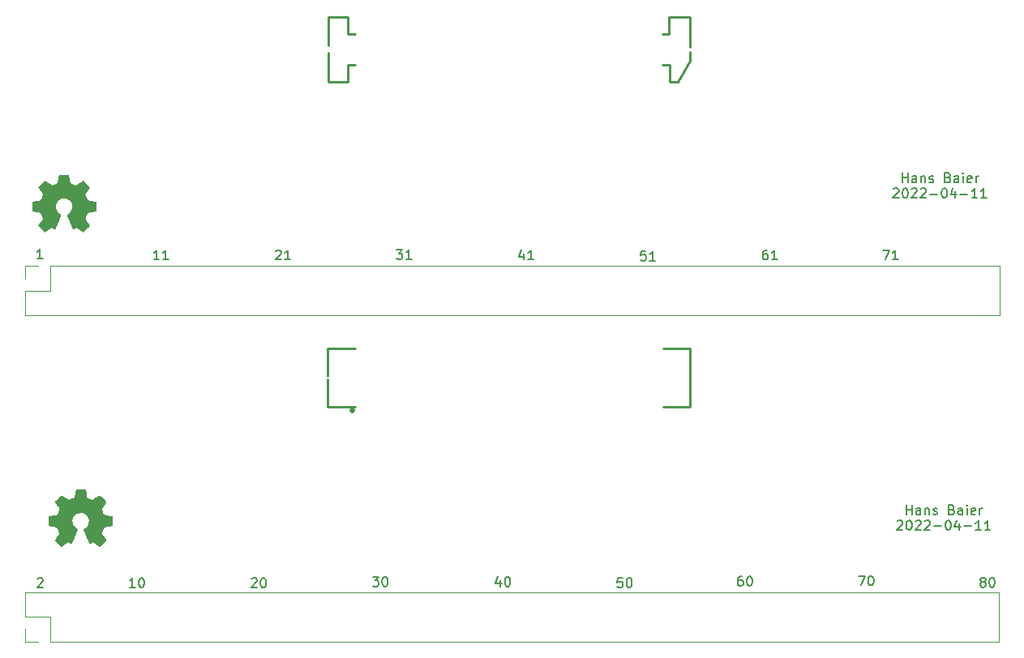
<source format=gbr>
%TF.GenerationSoftware,KiCad,Pcbnew,6.0.4-6f826c9f35~116~ubuntu20.04.1*%
%TF.CreationDate,2022-04-13T10:42:55+07:00*%
%TF.ProjectId,BTB2Header,42544232-4865-4616-9465-722e6b696361,rev?*%
%TF.SameCoordinates,Original*%
%TF.FileFunction,Legend,Top*%
%TF.FilePolarity,Positive*%
%FSLAX46Y46*%
G04 Gerber Fmt 4.6, Leading zero omitted, Abs format (unit mm)*
G04 Created by KiCad (PCBNEW 6.0.4-6f826c9f35~116~ubuntu20.04.1) date 2022-04-13 10:42:55*
%MOMM*%
%LPD*%
G01*
G04 APERTURE LIST*
%ADD10C,0.150000*%
%ADD11C,0.250000*%
%ADD12C,0.010000*%
%ADD13C,0.120000*%
G04 APERTURE END LIST*
D10*
X74314085Y-124693419D02*
X74361704Y-124645800D01*
X74456942Y-124598180D01*
X74695038Y-124598180D01*
X74790276Y-124645800D01*
X74837895Y-124693419D01*
X74885514Y-124788657D01*
X74885514Y-124883895D01*
X74837895Y-125026752D01*
X74266466Y-125598180D01*
X74885514Y-125598180D01*
X109324876Y-124471180D02*
X109943923Y-124471180D01*
X109610590Y-124852133D01*
X109753447Y-124852133D01*
X109848685Y-124899752D01*
X109896304Y-124947371D01*
X109943923Y-125042609D01*
X109943923Y-125280704D01*
X109896304Y-125375942D01*
X109848685Y-125423561D01*
X109753447Y-125471180D01*
X109467733Y-125471180D01*
X109372495Y-125423561D01*
X109324876Y-125375942D01*
X110562971Y-124471180D02*
X110658209Y-124471180D01*
X110753447Y-124518800D01*
X110801066Y-124566419D01*
X110848685Y-124661657D01*
X110896304Y-124852133D01*
X110896304Y-125090228D01*
X110848685Y-125280704D01*
X110801066Y-125375942D01*
X110753447Y-125423561D01*
X110658209Y-125471180D01*
X110562971Y-125471180D01*
X110467733Y-125423561D01*
X110420114Y-125375942D01*
X110372495Y-125280704D01*
X110324876Y-125090228D01*
X110324876Y-124852133D01*
X110372495Y-124661657D01*
X110420114Y-124566419D01*
X110467733Y-124518800D01*
X110562971Y-124471180D01*
X164649638Y-83264180D02*
X164649638Y-82264180D01*
X164649638Y-82740371D02*
X165221066Y-82740371D01*
X165221066Y-83264180D02*
X165221066Y-82264180D01*
X166125828Y-83264180D02*
X166125828Y-82740371D01*
X166078209Y-82645133D01*
X165982971Y-82597514D01*
X165792495Y-82597514D01*
X165697257Y-82645133D01*
X166125828Y-83216561D02*
X166030590Y-83264180D01*
X165792495Y-83264180D01*
X165697257Y-83216561D01*
X165649638Y-83121323D01*
X165649638Y-83026085D01*
X165697257Y-82930847D01*
X165792495Y-82883228D01*
X166030590Y-82883228D01*
X166125828Y-82835609D01*
X166602019Y-82597514D02*
X166602019Y-83264180D01*
X166602019Y-82692752D02*
X166649638Y-82645133D01*
X166744876Y-82597514D01*
X166887733Y-82597514D01*
X166982971Y-82645133D01*
X167030590Y-82740371D01*
X167030590Y-83264180D01*
X167459161Y-83216561D02*
X167554400Y-83264180D01*
X167744876Y-83264180D01*
X167840114Y-83216561D01*
X167887733Y-83121323D01*
X167887733Y-83073704D01*
X167840114Y-82978466D01*
X167744876Y-82930847D01*
X167602019Y-82930847D01*
X167506780Y-82883228D01*
X167459161Y-82787990D01*
X167459161Y-82740371D01*
X167506780Y-82645133D01*
X167602019Y-82597514D01*
X167744876Y-82597514D01*
X167840114Y-82645133D01*
X169411542Y-82740371D02*
X169554400Y-82787990D01*
X169602019Y-82835609D01*
X169649638Y-82930847D01*
X169649638Y-83073704D01*
X169602019Y-83168942D01*
X169554400Y-83216561D01*
X169459161Y-83264180D01*
X169078209Y-83264180D01*
X169078209Y-82264180D01*
X169411542Y-82264180D01*
X169506780Y-82311800D01*
X169554400Y-82359419D01*
X169602019Y-82454657D01*
X169602019Y-82549895D01*
X169554400Y-82645133D01*
X169506780Y-82692752D01*
X169411542Y-82740371D01*
X169078209Y-82740371D01*
X170506780Y-83264180D02*
X170506780Y-82740371D01*
X170459161Y-82645133D01*
X170363923Y-82597514D01*
X170173447Y-82597514D01*
X170078209Y-82645133D01*
X170506780Y-83216561D02*
X170411542Y-83264180D01*
X170173447Y-83264180D01*
X170078209Y-83216561D01*
X170030590Y-83121323D01*
X170030590Y-83026085D01*
X170078209Y-82930847D01*
X170173447Y-82883228D01*
X170411542Y-82883228D01*
X170506780Y-82835609D01*
X170982971Y-83264180D02*
X170982971Y-82597514D01*
X170982971Y-82264180D02*
X170935352Y-82311800D01*
X170982971Y-82359419D01*
X171030590Y-82311800D01*
X170982971Y-82264180D01*
X170982971Y-82359419D01*
X171840114Y-83216561D02*
X171744876Y-83264180D01*
X171554400Y-83264180D01*
X171459161Y-83216561D01*
X171411542Y-83121323D01*
X171411542Y-82740371D01*
X171459161Y-82645133D01*
X171554400Y-82597514D01*
X171744876Y-82597514D01*
X171840114Y-82645133D01*
X171887733Y-82740371D01*
X171887733Y-82835609D01*
X171411542Y-82930847D01*
X172316304Y-83264180D02*
X172316304Y-82597514D01*
X172316304Y-82787990D02*
X172363923Y-82692752D01*
X172411542Y-82645133D01*
X172506780Y-82597514D01*
X172602019Y-82597514D01*
X163697257Y-83969419D02*
X163744876Y-83921800D01*
X163840114Y-83874180D01*
X164078209Y-83874180D01*
X164173447Y-83921800D01*
X164221066Y-83969419D01*
X164268685Y-84064657D01*
X164268685Y-84159895D01*
X164221066Y-84302752D01*
X163649638Y-84874180D01*
X164268685Y-84874180D01*
X164887733Y-83874180D02*
X164982971Y-83874180D01*
X165078209Y-83921800D01*
X165125828Y-83969419D01*
X165173447Y-84064657D01*
X165221066Y-84255133D01*
X165221066Y-84493228D01*
X165173447Y-84683704D01*
X165125828Y-84778942D01*
X165078209Y-84826561D01*
X164982971Y-84874180D01*
X164887733Y-84874180D01*
X164792495Y-84826561D01*
X164744876Y-84778942D01*
X164697257Y-84683704D01*
X164649638Y-84493228D01*
X164649638Y-84255133D01*
X164697257Y-84064657D01*
X164744876Y-83969419D01*
X164792495Y-83921800D01*
X164887733Y-83874180D01*
X165602019Y-83969419D02*
X165649638Y-83921800D01*
X165744876Y-83874180D01*
X165982971Y-83874180D01*
X166078209Y-83921800D01*
X166125828Y-83969419D01*
X166173447Y-84064657D01*
X166173447Y-84159895D01*
X166125828Y-84302752D01*
X165554400Y-84874180D01*
X166173447Y-84874180D01*
X166554400Y-83969419D02*
X166602019Y-83921800D01*
X166697257Y-83874180D01*
X166935352Y-83874180D01*
X167030590Y-83921800D01*
X167078209Y-83969419D01*
X167125828Y-84064657D01*
X167125828Y-84159895D01*
X167078209Y-84302752D01*
X166506780Y-84874180D01*
X167125828Y-84874180D01*
X167554400Y-84493228D02*
X168316304Y-84493228D01*
X168982971Y-83874180D02*
X169078209Y-83874180D01*
X169173447Y-83921800D01*
X169221066Y-83969419D01*
X169268685Y-84064657D01*
X169316304Y-84255133D01*
X169316304Y-84493228D01*
X169268685Y-84683704D01*
X169221066Y-84778942D01*
X169173447Y-84826561D01*
X169078209Y-84874180D01*
X168982971Y-84874180D01*
X168887733Y-84826561D01*
X168840114Y-84778942D01*
X168792495Y-84683704D01*
X168744876Y-84493228D01*
X168744876Y-84255133D01*
X168792495Y-84064657D01*
X168840114Y-83969419D01*
X168887733Y-83921800D01*
X168982971Y-83874180D01*
X170173447Y-84207514D02*
X170173447Y-84874180D01*
X169935352Y-83826561D02*
X169697257Y-84540847D01*
X170316304Y-84540847D01*
X170697257Y-84493228D02*
X171459161Y-84493228D01*
X172459161Y-84874180D02*
X171887733Y-84874180D01*
X172173447Y-84874180D02*
X172173447Y-83874180D01*
X172078209Y-84017038D01*
X171982971Y-84112276D01*
X171887733Y-84159895D01*
X173411542Y-84874180D02*
X172840114Y-84874180D01*
X173125828Y-84874180D02*
X173125828Y-83874180D01*
X173030590Y-84017038D01*
X172935352Y-84112276D01*
X172840114Y-84159895D01*
X160074076Y-124369580D02*
X160740742Y-124369580D01*
X160312171Y-125369580D01*
X161312171Y-124369580D02*
X161407409Y-124369580D01*
X161502647Y-124417200D01*
X161550266Y-124464819D01*
X161597885Y-124560057D01*
X161645504Y-124750533D01*
X161645504Y-124988628D01*
X161597885Y-125179104D01*
X161550266Y-125274342D01*
X161502647Y-125321961D01*
X161407409Y-125369580D01*
X161312171Y-125369580D01*
X161216933Y-125321961D01*
X161169314Y-125274342D01*
X161121695Y-125179104D01*
X161074076Y-124988628D01*
X161074076Y-124750533D01*
X161121695Y-124560057D01*
X161169314Y-124464819D01*
X161216933Y-124417200D01*
X161312171Y-124369580D01*
X162614076Y-90333580D02*
X163280742Y-90333580D01*
X162852171Y-91333580D01*
X164185504Y-91333580D02*
X163614076Y-91333580D01*
X163899790Y-91333580D02*
X163899790Y-90333580D01*
X163804552Y-90476438D01*
X163709314Y-90571676D01*
X163614076Y-90619295D01*
X147923285Y-124420380D02*
X147732809Y-124420380D01*
X147637571Y-124468000D01*
X147589952Y-124515619D01*
X147494714Y-124658476D01*
X147447095Y-124848952D01*
X147447095Y-125229904D01*
X147494714Y-125325142D01*
X147542333Y-125372761D01*
X147637571Y-125420380D01*
X147828047Y-125420380D01*
X147923285Y-125372761D01*
X147970904Y-125325142D01*
X148018523Y-125229904D01*
X148018523Y-124991809D01*
X147970904Y-124896571D01*
X147923285Y-124848952D01*
X147828047Y-124801333D01*
X147637571Y-124801333D01*
X147542333Y-124848952D01*
X147494714Y-124896571D01*
X147447095Y-124991809D01*
X148637571Y-124420380D02*
X148732809Y-124420380D01*
X148828047Y-124468000D01*
X148875666Y-124515619D01*
X148923285Y-124610857D01*
X148970904Y-124801333D01*
X148970904Y-125039428D01*
X148923285Y-125229904D01*
X148875666Y-125325142D01*
X148828047Y-125372761D01*
X148732809Y-125420380D01*
X148637571Y-125420380D01*
X148542333Y-125372761D01*
X148494714Y-125325142D01*
X148447095Y-125229904D01*
X148399476Y-125039428D01*
X148399476Y-124801333D01*
X148447095Y-124610857D01*
X148494714Y-124515619D01*
X148542333Y-124468000D01*
X148637571Y-124420380D01*
X87033123Y-91333580D02*
X86461695Y-91333580D01*
X86747409Y-91333580D02*
X86747409Y-90333580D01*
X86652171Y-90476438D01*
X86556933Y-90571676D01*
X86461695Y-90619295D01*
X87985504Y-91333580D02*
X87414076Y-91333580D01*
X87699790Y-91333580D02*
X87699790Y-90333580D01*
X87604552Y-90476438D01*
X87509314Y-90571676D01*
X87414076Y-90619295D01*
X122650285Y-124804514D02*
X122650285Y-125471180D01*
X122412190Y-124423561D02*
X122174095Y-125137847D01*
X122793142Y-125137847D01*
X123364571Y-124471180D02*
X123459809Y-124471180D01*
X123555047Y-124518800D01*
X123602666Y-124566419D01*
X123650285Y-124661657D01*
X123697904Y-124852133D01*
X123697904Y-125090228D01*
X123650285Y-125280704D01*
X123602666Y-125375942D01*
X123555047Y-125423561D01*
X123459809Y-125471180D01*
X123364571Y-125471180D01*
X123269333Y-125423561D01*
X123221714Y-125375942D01*
X123174095Y-125280704D01*
X123126476Y-125090228D01*
X123126476Y-124852133D01*
X123174095Y-124661657D01*
X123221714Y-124566419D01*
X123269333Y-124518800D01*
X123364571Y-124471180D01*
X150539485Y-90333580D02*
X150349009Y-90333580D01*
X150253771Y-90381200D01*
X150206152Y-90428819D01*
X150110914Y-90571676D01*
X150063295Y-90762152D01*
X150063295Y-91143104D01*
X150110914Y-91238342D01*
X150158533Y-91285961D01*
X150253771Y-91333580D01*
X150444247Y-91333580D01*
X150539485Y-91285961D01*
X150587104Y-91238342D01*
X150634723Y-91143104D01*
X150634723Y-90905009D01*
X150587104Y-90809771D01*
X150539485Y-90762152D01*
X150444247Y-90714533D01*
X150253771Y-90714533D01*
X150158533Y-90762152D01*
X150110914Y-90809771D01*
X150063295Y-90905009D01*
X151587104Y-91333580D02*
X151015676Y-91333580D01*
X151301390Y-91333580D02*
X151301390Y-90333580D01*
X151206152Y-90476438D01*
X151110914Y-90571676D01*
X151015676Y-90619295D01*
X165056038Y-117960580D02*
X165056038Y-116960580D01*
X165056038Y-117436771D02*
X165627466Y-117436771D01*
X165627466Y-117960580D02*
X165627466Y-116960580D01*
X166532228Y-117960580D02*
X166532228Y-117436771D01*
X166484609Y-117341533D01*
X166389371Y-117293914D01*
X166198895Y-117293914D01*
X166103657Y-117341533D01*
X166532228Y-117912961D02*
X166436990Y-117960580D01*
X166198895Y-117960580D01*
X166103657Y-117912961D01*
X166056038Y-117817723D01*
X166056038Y-117722485D01*
X166103657Y-117627247D01*
X166198895Y-117579628D01*
X166436990Y-117579628D01*
X166532228Y-117532009D01*
X167008419Y-117293914D02*
X167008419Y-117960580D01*
X167008419Y-117389152D02*
X167056038Y-117341533D01*
X167151276Y-117293914D01*
X167294133Y-117293914D01*
X167389371Y-117341533D01*
X167436990Y-117436771D01*
X167436990Y-117960580D01*
X167865561Y-117912961D02*
X167960800Y-117960580D01*
X168151276Y-117960580D01*
X168246514Y-117912961D01*
X168294133Y-117817723D01*
X168294133Y-117770104D01*
X168246514Y-117674866D01*
X168151276Y-117627247D01*
X168008419Y-117627247D01*
X167913180Y-117579628D01*
X167865561Y-117484390D01*
X167865561Y-117436771D01*
X167913180Y-117341533D01*
X168008419Y-117293914D01*
X168151276Y-117293914D01*
X168246514Y-117341533D01*
X169817942Y-117436771D02*
X169960800Y-117484390D01*
X170008419Y-117532009D01*
X170056038Y-117627247D01*
X170056038Y-117770104D01*
X170008419Y-117865342D01*
X169960800Y-117912961D01*
X169865561Y-117960580D01*
X169484609Y-117960580D01*
X169484609Y-116960580D01*
X169817942Y-116960580D01*
X169913180Y-117008200D01*
X169960800Y-117055819D01*
X170008419Y-117151057D01*
X170008419Y-117246295D01*
X169960800Y-117341533D01*
X169913180Y-117389152D01*
X169817942Y-117436771D01*
X169484609Y-117436771D01*
X170913180Y-117960580D02*
X170913180Y-117436771D01*
X170865561Y-117341533D01*
X170770323Y-117293914D01*
X170579847Y-117293914D01*
X170484609Y-117341533D01*
X170913180Y-117912961D02*
X170817942Y-117960580D01*
X170579847Y-117960580D01*
X170484609Y-117912961D01*
X170436990Y-117817723D01*
X170436990Y-117722485D01*
X170484609Y-117627247D01*
X170579847Y-117579628D01*
X170817942Y-117579628D01*
X170913180Y-117532009D01*
X171389371Y-117960580D02*
X171389371Y-117293914D01*
X171389371Y-116960580D02*
X171341752Y-117008200D01*
X171389371Y-117055819D01*
X171436990Y-117008200D01*
X171389371Y-116960580D01*
X171389371Y-117055819D01*
X172246514Y-117912961D02*
X172151276Y-117960580D01*
X171960800Y-117960580D01*
X171865561Y-117912961D01*
X171817942Y-117817723D01*
X171817942Y-117436771D01*
X171865561Y-117341533D01*
X171960800Y-117293914D01*
X172151276Y-117293914D01*
X172246514Y-117341533D01*
X172294133Y-117436771D01*
X172294133Y-117532009D01*
X171817942Y-117627247D01*
X172722704Y-117960580D02*
X172722704Y-117293914D01*
X172722704Y-117484390D02*
X172770323Y-117389152D01*
X172817942Y-117341533D01*
X172913180Y-117293914D01*
X173008419Y-117293914D01*
X164103657Y-118665819D02*
X164151276Y-118618200D01*
X164246514Y-118570580D01*
X164484609Y-118570580D01*
X164579847Y-118618200D01*
X164627466Y-118665819D01*
X164675085Y-118761057D01*
X164675085Y-118856295D01*
X164627466Y-118999152D01*
X164056038Y-119570580D01*
X164675085Y-119570580D01*
X165294133Y-118570580D02*
X165389371Y-118570580D01*
X165484609Y-118618200D01*
X165532228Y-118665819D01*
X165579847Y-118761057D01*
X165627466Y-118951533D01*
X165627466Y-119189628D01*
X165579847Y-119380104D01*
X165532228Y-119475342D01*
X165484609Y-119522961D01*
X165389371Y-119570580D01*
X165294133Y-119570580D01*
X165198895Y-119522961D01*
X165151276Y-119475342D01*
X165103657Y-119380104D01*
X165056038Y-119189628D01*
X165056038Y-118951533D01*
X165103657Y-118761057D01*
X165151276Y-118665819D01*
X165198895Y-118618200D01*
X165294133Y-118570580D01*
X166008419Y-118665819D02*
X166056038Y-118618200D01*
X166151276Y-118570580D01*
X166389371Y-118570580D01*
X166484609Y-118618200D01*
X166532228Y-118665819D01*
X166579847Y-118761057D01*
X166579847Y-118856295D01*
X166532228Y-118999152D01*
X165960800Y-119570580D01*
X166579847Y-119570580D01*
X166960800Y-118665819D02*
X167008419Y-118618200D01*
X167103657Y-118570580D01*
X167341752Y-118570580D01*
X167436990Y-118618200D01*
X167484609Y-118665819D01*
X167532228Y-118761057D01*
X167532228Y-118856295D01*
X167484609Y-118999152D01*
X166913180Y-119570580D01*
X167532228Y-119570580D01*
X167960800Y-119189628D02*
X168722704Y-119189628D01*
X169389371Y-118570580D02*
X169484609Y-118570580D01*
X169579847Y-118618200D01*
X169627466Y-118665819D01*
X169675085Y-118761057D01*
X169722704Y-118951533D01*
X169722704Y-119189628D01*
X169675085Y-119380104D01*
X169627466Y-119475342D01*
X169579847Y-119522961D01*
X169484609Y-119570580D01*
X169389371Y-119570580D01*
X169294133Y-119522961D01*
X169246514Y-119475342D01*
X169198895Y-119380104D01*
X169151276Y-119189628D01*
X169151276Y-118951533D01*
X169198895Y-118761057D01*
X169246514Y-118665819D01*
X169294133Y-118618200D01*
X169389371Y-118570580D01*
X170579847Y-118903914D02*
X170579847Y-119570580D01*
X170341752Y-118522961D02*
X170103657Y-119237247D01*
X170722704Y-119237247D01*
X171103657Y-119189628D02*
X171865561Y-119189628D01*
X172865561Y-119570580D02*
X172294133Y-119570580D01*
X172579847Y-119570580D02*
X172579847Y-118570580D01*
X172484609Y-118713438D01*
X172389371Y-118808676D01*
X172294133Y-118856295D01*
X173817942Y-119570580D02*
X173246514Y-119570580D01*
X173532228Y-119570580D02*
X173532228Y-118570580D01*
X173436990Y-118713438D01*
X173341752Y-118808676D01*
X173246514Y-118856295D01*
X125088685Y-90666914D02*
X125088685Y-91333580D01*
X124850590Y-90285961D02*
X124612495Y-91000247D01*
X125231542Y-91000247D01*
X126136304Y-91333580D02*
X125564876Y-91333580D01*
X125850590Y-91333580D02*
X125850590Y-90333580D01*
X125755352Y-90476438D01*
X125660114Y-90571676D01*
X125564876Y-90619295D01*
X96672495Y-124693419D02*
X96720114Y-124645800D01*
X96815352Y-124598180D01*
X97053447Y-124598180D01*
X97148685Y-124645800D01*
X97196304Y-124693419D01*
X97243923Y-124788657D01*
X97243923Y-124883895D01*
X97196304Y-125026752D01*
X96624876Y-125598180D01*
X97243923Y-125598180D01*
X97862971Y-124598180D02*
X97958209Y-124598180D01*
X98053447Y-124645800D01*
X98101066Y-124693419D01*
X98148685Y-124788657D01*
X98196304Y-124979133D01*
X98196304Y-125217228D01*
X98148685Y-125407704D01*
X98101066Y-125502942D01*
X98053447Y-125550561D01*
X97958209Y-125598180D01*
X97862971Y-125598180D01*
X97767733Y-125550561D01*
X97720114Y-125502942D01*
X97672495Y-125407704D01*
X97624876Y-125217228D01*
X97624876Y-124979133D01*
X97672495Y-124788657D01*
X97720114Y-124693419D01*
X97767733Y-124645800D01*
X97862971Y-124598180D01*
X111814076Y-90282780D02*
X112433123Y-90282780D01*
X112099790Y-90663733D01*
X112242647Y-90663733D01*
X112337885Y-90711352D01*
X112385504Y-90758971D01*
X112433123Y-90854209D01*
X112433123Y-91092304D01*
X112385504Y-91187542D01*
X112337885Y-91235161D01*
X112242647Y-91282780D01*
X111956933Y-91282780D01*
X111861695Y-91235161D01*
X111814076Y-91187542D01*
X113385504Y-91282780D02*
X112814076Y-91282780D01*
X113099790Y-91282780D02*
X113099790Y-90282780D01*
X113004552Y-90425638D01*
X112909314Y-90520876D01*
X112814076Y-90568495D01*
X74860114Y-91231980D02*
X74288685Y-91231980D01*
X74574400Y-91231980D02*
X74574400Y-90231980D01*
X74479161Y-90374838D01*
X74383923Y-90470076D01*
X74288685Y-90517695D01*
X84518523Y-125572780D02*
X83947095Y-125572780D01*
X84232809Y-125572780D02*
X84232809Y-124572780D01*
X84137571Y-124715638D01*
X84042333Y-124810876D01*
X83947095Y-124858495D01*
X85137571Y-124572780D02*
X85232809Y-124572780D01*
X85328047Y-124620400D01*
X85375666Y-124668019D01*
X85423285Y-124763257D01*
X85470904Y-124953733D01*
X85470904Y-125191828D01*
X85423285Y-125382304D01*
X85375666Y-125477542D01*
X85328047Y-125525161D01*
X85232809Y-125572780D01*
X85137571Y-125572780D01*
X85042333Y-125525161D01*
X84994714Y-125477542D01*
X84947095Y-125382304D01*
X84899476Y-125191828D01*
X84899476Y-124953733D01*
X84947095Y-124763257D01*
X84994714Y-124668019D01*
X85042333Y-124620400D01*
X85137571Y-124572780D01*
X135397904Y-124572780D02*
X134921714Y-124572780D01*
X134874095Y-125048971D01*
X134921714Y-125001352D01*
X135016952Y-124953733D01*
X135255047Y-124953733D01*
X135350285Y-125001352D01*
X135397904Y-125048971D01*
X135445523Y-125144209D01*
X135445523Y-125382304D01*
X135397904Y-125477542D01*
X135350285Y-125525161D01*
X135255047Y-125572780D01*
X135016952Y-125572780D01*
X134921714Y-125525161D01*
X134874095Y-125477542D01*
X136064571Y-124572780D02*
X136159809Y-124572780D01*
X136255047Y-124620400D01*
X136302666Y-124668019D01*
X136350285Y-124763257D01*
X136397904Y-124953733D01*
X136397904Y-125191828D01*
X136350285Y-125382304D01*
X136302666Y-125477542D01*
X136255047Y-125525161D01*
X136159809Y-125572780D01*
X136064571Y-125572780D01*
X135969333Y-125525161D01*
X135921714Y-125477542D01*
X135874095Y-125382304D01*
X135826476Y-125191828D01*
X135826476Y-124953733D01*
X135874095Y-124763257D01*
X135921714Y-124668019D01*
X135969333Y-124620400D01*
X136064571Y-124572780D01*
X99212495Y-90428819D02*
X99260114Y-90381200D01*
X99355352Y-90333580D01*
X99593447Y-90333580D01*
X99688685Y-90381200D01*
X99736304Y-90428819D01*
X99783923Y-90524057D01*
X99783923Y-90619295D01*
X99736304Y-90762152D01*
X99164876Y-91333580D01*
X99783923Y-91333580D01*
X100736304Y-91333580D02*
X100164876Y-91333580D01*
X100450590Y-91333580D02*
X100450590Y-90333580D01*
X100355352Y-90476438D01*
X100260114Y-90571676D01*
X100164876Y-90619295D01*
X137836304Y-90435180D02*
X137360114Y-90435180D01*
X137312495Y-90911371D01*
X137360114Y-90863752D01*
X137455352Y-90816133D01*
X137693447Y-90816133D01*
X137788685Y-90863752D01*
X137836304Y-90911371D01*
X137883923Y-91006609D01*
X137883923Y-91244704D01*
X137836304Y-91339942D01*
X137788685Y-91387561D01*
X137693447Y-91435180D01*
X137455352Y-91435180D01*
X137360114Y-91387561D01*
X137312495Y-91339942D01*
X138836304Y-91435180D02*
X138264876Y-91435180D01*
X138550590Y-91435180D02*
X138550590Y-90435180D01*
X138455352Y-90578038D01*
X138360114Y-90673276D01*
X138264876Y-90720895D01*
X172961371Y-124975952D02*
X172866133Y-124928333D01*
X172818514Y-124880714D01*
X172770895Y-124785476D01*
X172770895Y-124737857D01*
X172818514Y-124642619D01*
X172866133Y-124595000D01*
X172961371Y-124547380D01*
X173151847Y-124547380D01*
X173247085Y-124595000D01*
X173294704Y-124642619D01*
X173342323Y-124737857D01*
X173342323Y-124785476D01*
X173294704Y-124880714D01*
X173247085Y-124928333D01*
X173151847Y-124975952D01*
X172961371Y-124975952D01*
X172866133Y-125023571D01*
X172818514Y-125071190D01*
X172770895Y-125166428D01*
X172770895Y-125356904D01*
X172818514Y-125452142D01*
X172866133Y-125499761D01*
X172961371Y-125547380D01*
X173151847Y-125547380D01*
X173247085Y-125499761D01*
X173294704Y-125452142D01*
X173342323Y-125356904D01*
X173342323Y-125166428D01*
X173294704Y-125071190D01*
X173247085Y-125023571D01*
X173151847Y-124975952D01*
X173961371Y-124547380D02*
X174056609Y-124547380D01*
X174151847Y-124595000D01*
X174199466Y-124642619D01*
X174247085Y-124737857D01*
X174294704Y-124928333D01*
X174294704Y-125166428D01*
X174247085Y-125356904D01*
X174199466Y-125452142D01*
X174151847Y-125499761D01*
X174056609Y-125547380D01*
X173961371Y-125547380D01*
X173866133Y-125499761D01*
X173818514Y-125452142D01*
X173770895Y-125356904D01*
X173723276Y-125166428D01*
X173723276Y-124928333D01*
X173770895Y-124737857D01*
X173818514Y-124642619D01*
X173866133Y-124595000D01*
X173961371Y-124547380D01*
D11*
%TO.C,CN1*%
X106745525Y-65943518D02*
X106745525Y-67753518D01*
X142425525Y-69603518D02*
X142425525Y-70513518D01*
X106745525Y-67753518D02*
X107485525Y-67753518D01*
X140305525Y-65943518D02*
X140305525Y-67743518D01*
X106775525Y-70953518D02*
X107485525Y-70953518D01*
X106775525Y-72743518D02*
X106775525Y-70953518D01*
X142425525Y-65943518D02*
X140305525Y-65943518D01*
X104665525Y-72743518D02*
X106775525Y-72743518D01*
X140325525Y-70943518D02*
X140325525Y-72743518D01*
X142425525Y-70513518D02*
X141185525Y-72743518D01*
X104665525Y-68983518D02*
X104665525Y-65943518D01*
X140325525Y-70943518D02*
X139615525Y-70943518D01*
X104665525Y-72743518D02*
X104665525Y-69693518D01*
X142425525Y-65943518D02*
X142425525Y-69083518D01*
X104665525Y-65943518D02*
X106765525Y-65943518D01*
X141185525Y-72743518D02*
X140325525Y-72743518D01*
X140305525Y-67743518D02*
X139615525Y-67743518D01*
%TO.C,N1*%
G36*
X77619414Y-82914531D02*
G01*
X77703235Y-83359155D01*
X78012520Y-83486653D01*
X78321806Y-83614151D01*
X78692846Y-83361846D01*
X78796757Y-83291596D01*
X78890687Y-83228872D01*
X78970252Y-83176538D01*
X79031070Y-83137457D01*
X79068757Y-83114493D01*
X79079021Y-83109542D01*
X79097510Y-83122276D01*
X79137020Y-83157482D01*
X79193122Y-83210662D01*
X79261387Y-83277318D01*
X79337386Y-83352954D01*
X79416692Y-83433072D01*
X79494875Y-83513174D01*
X79567507Y-83588764D01*
X79630159Y-83655345D01*
X79678403Y-83708418D01*
X79707810Y-83743487D01*
X79714841Y-83755223D01*
X79704723Y-83776860D01*
X79676359Y-83824262D01*
X79632729Y-83892793D01*
X79576818Y-83977815D01*
X79511606Y-84074693D01*
X79473819Y-84129950D01*
X79404943Y-84230848D01*
X79343740Y-84321899D01*
X79293178Y-84398570D01*
X79256228Y-84456328D01*
X79235858Y-84490643D01*
X79232797Y-84497854D01*
X79239736Y-84518348D01*
X79258651Y-84566113D01*
X79286687Y-84634432D01*
X79320991Y-84716589D01*
X79358709Y-84805870D01*
X79396987Y-84895558D01*
X79432970Y-84978938D01*
X79463806Y-85049294D01*
X79486639Y-85099910D01*
X79498617Y-85124071D01*
X79499324Y-85125022D01*
X79518131Y-85129636D01*
X79568218Y-85139928D01*
X79644393Y-85154887D01*
X79741465Y-85173501D01*
X79854243Y-85194759D01*
X79920042Y-85207018D01*
X80040550Y-85229962D01*
X80149397Y-85251795D01*
X80241076Y-85271322D01*
X80310081Y-85287348D01*
X80350904Y-85298679D01*
X80359111Y-85302274D01*
X80367148Y-85326606D01*
X80373633Y-85381559D01*
X80378570Y-85460708D01*
X80381964Y-85557626D01*
X80383818Y-85665887D01*
X80384138Y-85779065D01*
X80382927Y-85890735D01*
X80380190Y-85994468D01*
X80375931Y-86083841D01*
X80370155Y-86152426D01*
X80362867Y-86193797D01*
X80358495Y-86202410D01*
X80332364Y-86212733D01*
X80276993Y-86227492D01*
X80199707Y-86244952D01*
X80107830Y-86263380D01*
X80075758Y-86269341D01*
X79921124Y-86297666D01*
X79798975Y-86320476D01*
X79705273Y-86338680D01*
X79635984Y-86353183D01*
X79587071Y-86364892D01*
X79554497Y-86374715D01*
X79534228Y-86383556D01*
X79522226Y-86392324D01*
X79520547Y-86394057D01*
X79503784Y-86421971D01*
X79478214Y-86476295D01*
X79446388Y-86550377D01*
X79410860Y-86637565D01*
X79374183Y-86731208D01*
X79338911Y-86824652D01*
X79307596Y-86911247D01*
X79282793Y-86984340D01*
X79267054Y-87037278D01*
X79262932Y-87063411D01*
X79263276Y-87064326D01*
X79277241Y-87085686D01*
X79308922Y-87132684D01*
X79354991Y-87200427D01*
X79412118Y-87284023D01*
X79476973Y-87378582D01*
X79495443Y-87405454D01*
X79561299Y-87502875D01*
X79619250Y-87591763D01*
X79666138Y-87667012D01*
X79698807Y-87723520D01*
X79714100Y-87756181D01*
X79714841Y-87760193D01*
X79701992Y-87781284D01*
X79666488Y-87823064D01*
X79612893Y-87881045D01*
X79545771Y-87950735D01*
X79469687Y-88027645D01*
X79389204Y-88107283D01*
X79308887Y-88185161D01*
X79233299Y-88256786D01*
X79167005Y-88317670D01*
X79114569Y-88363321D01*
X79080555Y-88389250D01*
X79071145Y-88393483D01*
X79049243Y-88383512D01*
X79004400Y-88356620D01*
X78943921Y-88317336D01*
X78897389Y-88285717D01*
X78813075Y-88227698D01*
X78713226Y-88159384D01*
X78613073Y-88091179D01*
X78559227Y-88054675D01*
X78376971Y-87931400D01*
X78223981Y-88014120D01*
X78154282Y-88050359D01*
X78095014Y-88078526D01*
X78054911Y-88094591D01*
X78044703Y-88096826D01*
X78032429Y-88080322D01*
X78008213Y-88033682D01*
X77973863Y-87961209D01*
X77931188Y-87867206D01*
X77881994Y-87755974D01*
X77828090Y-87631815D01*
X77771284Y-87499032D01*
X77713382Y-87361927D01*
X77656193Y-87224802D01*
X77601524Y-87091958D01*
X77551184Y-86967698D01*
X77506980Y-86856325D01*
X77470719Y-86762139D01*
X77444209Y-86689444D01*
X77429258Y-86642541D01*
X77426854Y-86626433D01*
X77445911Y-86605886D01*
X77487636Y-86572533D01*
X77543306Y-86533302D01*
X77547978Y-86530199D01*
X77691864Y-86415023D01*
X77807883Y-86280653D01*
X77895030Y-86131384D01*
X77952299Y-85971513D01*
X77978686Y-85805337D01*
X77973185Y-85637152D01*
X77934790Y-85471255D01*
X77862495Y-85311942D01*
X77841226Y-85277087D01*
X77730596Y-85136337D01*
X77599902Y-85023314D01*
X77453664Y-84938603D01*
X77296408Y-84882794D01*
X77132657Y-84856474D01*
X76966933Y-84860230D01*
X76803762Y-84894650D01*
X76647665Y-84960323D01*
X76503167Y-85057835D01*
X76458469Y-85097413D01*
X76344712Y-85221303D01*
X76261818Y-85351724D01*
X76204956Y-85497915D01*
X76173287Y-85642688D01*
X76165469Y-85805460D01*
X76191538Y-85969040D01*
X76248845Y-86127898D01*
X76334744Y-86276506D01*
X76446586Y-86409335D01*
X76581723Y-86520856D01*
X76599483Y-86532611D01*
X76655750Y-86571108D01*
X76698523Y-86604463D01*
X76718972Y-86625760D01*
X76719269Y-86626433D01*
X76714879Y-86649471D01*
X76697476Y-86701757D01*
X76668868Y-86778990D01*
X76630865Y-86876868D01*
X76585274Y-86991091D01*
X76533903Y-87117358D01*
X76478562Y-87251367D01*
X76421058Y-87388818D01*
X76363201Y-87525408D01*
X76306798Y-87656837D01*
X76253658Y-87778805D01*
X76205590Y-87887009D01*
X76164401Y-87977149D01*
X76131901Y-88044923D01*
X76109897Y-88086030D01*
X76101036Y-88096826D01*
X76073960Y-88088419D01*
X76023297Y-88065872D01*
X75957783Y-88033213D01*
X75921759Y-88014120D01*
X75768768Y-87931400D01*
X75586512Y-88054675D01*
X75493475Y-88117828D01*
X75391615Y-88187327D01*
X75296162Y-88252765D01*
X75248350Y-88285717D01*
X75181105Y-88330873D01*
X75124164Y-88366657D01*
X75084954Y-88388538D01*
X75072219Y-88393163D01*
X75053683Y-88380685D01*
X75012659Y-88345852D01*
X74953125Y-88292278D01*
X74879058Y-88223583D01*
X74794435Y-88143381D01*
X74740915Y-88091886D01*
X74647281Y-87999886D01*
X74566359Y-87917599D01*
X74501423Y-87848545D01*
X74455742Y-87796244D01*
X74432589Y-87764216D01*
X74430368Y-87757716D01*
X74440676Y-87732994D01*
X74469161Y-87683005D01*
X74512663Y-87612812D01*
X74568023Y-87527475D01*
X74632080Y-87432056D01*
X74650297Y-87405454D01*
X74716673Y-87308767D01*
X74776222Y-87221717D01*
X74825616Y-87149195D01*
X74861525Y-87096093D01*
X74880619Y-87067303D01*
X74882464Y-87064326D01*
X74879705Y-87041382D01*
X74865062Y-86990936D01*
X74841087Y-86919641D01*
X74810334Y-86834147D01*
X74775356Y-86741107D01*
X74738707Y-86647174D01*
X74702939Y-86558999D01*
X74670606Y-86483234D01*
X74644262Y-86426531D01*
X74626458Y-86395543D01*
X74625193Y-86394057D01*
X74614306Y-86385201D01*
X74595918Y-86376443D01*
X74565994Y-86366877D01*
X74520497Y-86355596D01*
X74455391Y-86341693D01*
X74366639Y-86324263D01*
X74250207Y-86302398D01*
X74102058Y-86275191D01*
X74069982Y-86269341D01*
X73974914Y-86250974D01*
X73892035Y-86233005D01*
X73828670Y-86217169D01*
X73792142Y-86205200D01*
X73787244Y-86202410D01*
X73779173Y-86177672D01*
X73772613Y-86122390D01*
X73767567Y-86042989D01*
X73764041Y-85945896D01*
X73762039Y-85837538D01*
X73761564Y-85724340D01*
X73762623Y-85612728D01*
X73765218Y-85509129D01*
X73769354Y-85419968D01*
X73775037Y-85351672D01*
X73782269Y-85310666D01*
X73786629Y-85302274D01*
X73810902Y-85293808D01*
X73866174Y-85280035D01*
X73946938Y-85262150D01*
X74047688Y-85241348D01*
X74162917Y-85218823D01*
X74225698Y-85207018D01*
X74344813Y-85184751D01*
X74451035Y-85164579D01*
X74539173Y-85147515D01*
X74604034Y-85134569D01*
X74640426Y-85126755D01*
X74646416Y-85125022D01*
X74656539Y-85105490D01*
X74677938Y-85058443D01*
X74707761Y-84990603D01*
X74743155Y-84908691D01*
X74781268Y-84819428D01*
X74819247Y-84729535D01*
X74854240Y-84645735D01*
X74883394Y-84574747D01*
X74903857Y-84523294D01*
X74912777Y-84498097D01*
X74912943Y-84496996D01*
X74902831Y-84477119D01*
X74874483Y-84431377D01*
X74830877Y-84364317D01*
X74774994Y-84280484D01*
X74709813Y-84184426D01*
X74671921Y-84129250D01*
X74602875Y-84028081D01*
X74541550Y-83936230D01*
X74490937Y-83858344D01*
X74454029Y-83799069D01*
X74433818Y-83763051D01*
X74430899Y-83754977D01*
X74443447Y-83736184D01*
X74478137Y-83696057D01*
X74530537Y-83639093D01*
X74596216Y-83569785D01*
X74670744Y-83492631D01*
X74749687Y-83412125D01*
X74828617Y-83332763D01*
X74903100Y-83259040D01*
X74968706Y-83195452D01*
X75021004Y-83146494D01*
X75055561Y-83116661D01*
X75067122Y-83109542D01*
X75085946Y-83119553D01*
X75130969Y-83147678D01*
X75197813Y-83191054D01*
X75282101Y-83246818D01*
X75379456Y-83312106D01*
X75452893Y-83361846D01*
X75823933Y-83614151D01*
X76442505Y-83359155D01*
X76526325Y-82914531D01*
X76610146Y-82469907D01*
X77535594Y-82469907D01*
X77619414Y-82914531D01*
G37*
D12*
X77619414Y-82914531D02*
X77703235Y-83359155D01*
X78012520Y-83486653D01*
X78321806Y-83614151D01*
X78692846Y-83361846D01*
X78796757Y-83291596D01*
X78890687Y-83228872D01*
X78970252Y-83176538D01*
X79031070Y-83137457D01*
X79068757Y-83114493D01*
X79079021Y-83109542D01*
X79097510Y-83122276D01*
X79137020Y-83157482D01*
X79193122Y-83210662D01*
X79261387Y-83277318D01*
X79337386Y-83352954D01*
X79416692Y-83433072D01*
X79494875Y-83513174D01*
X79567507Y-83588764D01*
X79630159Y-83655345D01*
X79678403Y-83708418D01*
X79707810Y-83743487D01*
X79714841Y-83755223D01*
X79704723Y-83776860D01*
X79676359Y-83824262D01*
X79632729Y-83892793D01*
X79576818Y-83977815D01*
X79511606Y-84074693D01*
X79473819Y-84129950D01*
X79404943Y-84230848D01*
X79343740Y-84321899D01*
X79293178Y-84398570D01*
X79256228Y-84456328D01*
X79235858Y-84490643D01*
X79232797Y-84497854D01*
X79239736Y-84518348D01*
X79258651Y-84566113D01*
X79286687Y-84634432D01*
X79320991Y-84716589D01*
X79358709Y-84805870D01*
X79396987Y-84895558D01*
X79432970Y-84978938D01*
X79463806Y-85049294D01*
X79486639Y-85099910D01*
X79498617Y-85124071D01*
X79499324Y-85125022D01*
X79518131Y-85129636D01*
X79568218Y-85139928D01*
X79644393Y-85154887D01*
X79741465Y-85173501D01*
X79854243Y-85194759D01*
X79920042Y-85207018D01*
X80040550Y-85229962D01*
X80149397Y-85251795D01*
X80241076Y-85271322D01*
X80310081Y-85287348D01*
X80350904Y-85298679D01*
X80359111Y-85302274D01*
X80367148Y-85326606D01*
X80373633Y-85381559D01*
X80378570Y-85460708D01*
X80381964Y-85557626D01*
X80383818Y-85665887D01*
X80384138Y-85779065D01*
X80382927Y-85890735D01*
X80380190Y-85994468D01*
X80375931Y-86083841D01*
X80370155Y-86152426D01*
X80362867Y-86193797D01*
X80358495Y-86202410D01*
X80332364Y-86212733D01*
X80276993Y-86227492D01*
X80199707Y-86244952D01*
X80107830Y-86263380D01*
X80075758Y-86269341D01*
X79921124Y-86297666D01*
X79798975Y-86320476D01*
X79705273Y-86338680D01*
X79635984Y-86353183D01*
X79587071Y-86364892D01*
X79554497Y-86374715D01*
X79534228Y-86383556D01*
X79522226Y-86392324D01*
X79520547Y-86394057D01*
X79503784Y-86421971D01*
X79478214Y-86476295D01*
X79446388Y-86550377D01*
X79410860Y-86637565D01*
X79374183Y-86731208D01*
X79338911Y-86824652D01*
X79307596Y-86911247D01*
X79282793Y-86984340D01*
X79267054Y-87037278D01*
X79262932Y-87063411D01*
X79263276Y-87064326D01*
X79277241Y-87085686D01*
X79308922Y-87132684D01*
X79354991Y-87200427D01*
X79412118Y-87284023D01*
X79476973Y-87378582D01*
X79495443Y-87405454D01*
X79561299Y-87502875D01*
X79619250Y-87591763D01*
X79666138Y-87667012D01*
X79698807Y-87723520D01*
X79714100Y-87756181D01*
X79714841Y-87760193D01*
X79701992Y-87781284D01*
X79666488Y-87823064D01*
X79612893Y-87881045D01*
X79545771Y-87950735D01*
X79469687Y-88027645D01*
X79389204Y-88107283D01*
X79308887Y-88185161D01*
X79233299Y-88256786D01*
X79167005Y-88317670D01*
X79114569Y-88363321D01*
X79080555Y-88389250D01*
X79071145Y-88393483D01*
X79049243Y-88383512D01*
X79004400Y-88356620D01*
X78943921Y-88317336D01*
X78897389Y-88285717D01*
X78813075Y-88227698D01*
X78713226Y-88159384D01*
X78613073Y-88091179D01*
X78559227Y-88054675D01*
X78376971Y-87931400D01*
X78223981Y-88014120D01*
X78154282Y-88050359D01*
X78095014Y-88078526D01*
X78054911Y-88094591D01*
X78044703Y-88096826D01*
X78032429Y-88080322D01*
X78008213Y-88033682D01*
X77973863Y-87961209D01*
X77931188Y-87867206D01*
X77881994Y-87755974D01*
X77828090Y-87631815D01*
X77771284Y-87499032D01*
X77713382Y-87361927D01*
X77656193Y-87224802D01*
X77601524Y-87091958D01*
X77551184Y-86967698D01*
X77506980Y-86856325D01*
X77470719Y-86762139D01*
X77444209Y-86689444D01*
X77429258Y-86642541D01*
X77426854Y-86626433D01*
X77445911Y-86605886D01*
X77487636Y-86572533D01*
X77543306Y-86533302D01*
X77547978Y-86530199D01*
X77691864Y-86415023D01*
X77807883Y-86280653D01*
X77895030Y-86131384D01*
X77952299Y-85971513D01*
X77978686Y-85805337D01*
X77973185Y-85637152D01*
X77934790Y-85471255D01*
X77862495Y-85311942D01*
X77841226Y-85277087D01*
X77730596Y-85136337D01*
X77599902Y-85023314D01*
X77453664Y-84938603D01*
X77296408Y-84882794D01*
X77132657Y-84856474D01*
X76966933Y-84860230D01*
X76803762Y-84894650D01*
X76647665Y-84960323D01*
X76503167Y-85057835D01*
X76458469Y-85097413D01*
X76344712Y-85221303D01*
X76261818Y-85351724D01*
X76204956Y-85497915D01*
X76173287Y-85642688D01*
X76165469Y-85805460D01*
X76191538Y-85969040D01*
X76248845Y-86127898D01*
X76334744Y-86276506D01*
X76446586Y-86409335D01*
X76581723Y-86520856D01*
X76599483Y-86532611D01*
X76655750Y-86571108D01*
X76698523Y-86604463D01*
X76718972Y-86625760D01*
X76719269Y-86626433D01*
X76714879Y-86649471D01*
X76697476Y-86701757D01*
X76668868Y-86778990D01*
X76630865Y-86876868D01*
X76585274Y-86991091D01*
X76533903Y-87117358D01*
X76478562Y-87251367D01*
X76421058Y-87388818D01*
X76363201Y-87525408D01*
X76306798Y-87656837D01*
X76253658Y-87778805D01*
X76205590Y-87887009D01*
X76164401Y-87977149D01*
X76131901Y-88044923D01*
X76109897Y-88086030D01*
X76101036Y-88096826D01*
X76073960Y-88088419D01*
X76023297Y-88065872D01*
X75957783Y-88033213D01*
X75921759Y-88014120D01*
X75768768Y-87931400D01*
X75586512Y-88054675D01*
X75493475Y-88117828D01*
X75391615Y-88187327D01*
X75296162Y-88252765D01*
X75248350Y-88285717D01*
X75181105Y-88330873D01*
X75124164Y-88366657D01*
X75084954Y-88388538D01*
X75072219Y-88393163D01*
X75053683Y-88380685D01*
X75012659Y-88345852D01*
X74953125Y-88292278D01*
X74879058Y-88223583D01*
X74794435Y-88143381D01*
X74740915Y-88091886D01*
X74647281Y-87999886D01*
X74566359Y-87917599D01*
X74501423Y-87848545D01*
X74455742Y-87796244D01*
X74432589Y-87764216D01*
X74430368Y-87757716D01*
X74440676Y-87732994D01*
X74469161Y-87683005D01*
X74512663Y-87612812D01*
X74568023Y-87527475D01*
X74632080Y-87432056D01*
X74650297Y-87405454D01*
X74716673Y-87308767D01*
X74776222Y-87221717D01*
X74825616Y-87149195D01*
X74861525Y-87096093D01*
X74880619Y-87067303D01*
X74882464Y-87064326D01*
X74879705Y-87041382D01*
X74865062Y-86990936D01*
X74841087Y-86919641D01*
X74810334Y-86834147D01*
X74775356Y-86741107D01*
X74738707Y-86647174D01*
X74702939Y-86558999D01*
X74670606Y-86483234D01*
X74644262Y-86426531D01*
X74626458Y-86395543D01*
X74625193Y-86394057D01*
X74614306Y-86385201D01*
X74595918Y-86376443D01*
X74565994Y-86366877D01*
X74520497Y-86355596D01*
X74455391Y-86341693D01*
X74366639Y-86324263D01*
X74250207Y-86302398D01*
X74102058Y-86275191D01*
X74069982Y-86269341D01*
X73974914Y-86250974D01*
X73892035Y-86233005D01*
X73828670Y-86217169D01*
X73792142Y-86205200D01*
X73787244Y-86202410D01*
X73779173Y-86177672D01*
X73772613Y-86122390D01*
X73767567Y-86042989D01*
X73764041Y-85945896D01*
X73762039Y-85837538D01*
X73761564Y-85724340D01*
X73762623Y-85612728D01*
X73765218Y-85509129D01*
X73769354Y-85419968D01*
X73775037Y-85351672D01*
X73782269Y-85310666D01*
X73786629Y-85302274D01*
X73810902Y-85293808D01*
X73866174Y-85280035D01*
X73946938Y-85262150D01*
X74047688Y-85241348D01*
X74162917Y-85218823D01*
X74225698Y-85207018D01*
X74344813Y-85184751D01*
X74451035Y-85164579D01*
X74539173Y-85147515D01*
X74604034Y-85134569D01*
X74640426Y-85126755D01*
X74646416Y-85125022D01*
X74656539Y-85105490D01*
X74677938Y-85058443D01*
X74707761Y-84990603D01*
X74743155Y-84908691D01*
X74781268Y-84819428D01*
X74819247Y-84729535D01*
X74854240Y-84645735D01*
X74883394Y-84574747D01*
X74903857Y-84523294D01*
X74912777Y-84498097D01*
X74912943Y-84496996D01*
X74902831Y-84477119D01*
X74874483Y-84431377D01*
X74830877Y-84364317D01*
X74774994Y-84280484D01*
X74709813Y-84184426D01*
X74671921Y-84129250D01*
X74602875Y-84028081D01*
X74541550Y-83936230D01*
X74490937Y-83858344D01*
X74454029Y-83799069D01*
X74433818Y-83763051D01*
X74430899Y-83754977D01*
X74443447Y-83736184D01*
X74478137Y-83696057D01*
X74530537Y-83639093D01*
X74596216Y-83569785D01*
X74670744Y-83492631D01*
X74749687Y-83412125D01*
X74828617Y-83332763D01*
X74903100Y-83259040D01*
X74968706Y-83195452D01*
X75021004Y-83146494D01*
X75055561Y-83116661D01*
X75067122Y-83109542D01*
X75085946Y-83119553D01*
X75130969Y-83147678D01*
X75197813Y-83191054D01*
X75282101Y-83246818D01*
X75379456Y-83312106D01*
X75452893Y-83361846D01*
X75823933Y-83614151D01*
X76442505Y-83359155D01*
X76526325Y-82914531D01*
X76610146Y-82469907D01*
X77535594Y-82469907D01*
X77619414Y-82914531D01*
D13*
%TO.C,J2*%
X75621676Y-128653877D02*
X73021676Y-128653877D01*
X74351676Y-131253877D02*
X73021676Y-131253877D01*
X73021676Y-131253877D02*
X73021676Y-129923877D01*
X75621676Y-131253877D02*
X174741676Y-131253877D01*
X73021676Y-126053877D02*
X174741676Y-126053877D01*
X174741676Y-131253877D02*
X174741676Y-126053877D01*
X75621676Y-131253877D02*
X75621676Y-128653877D01*
X73021676Y-128653877D02*
X73021676Y-126053877D01*
%TO.C,N1*%
G36*
X79346614Y-115782131D02*
G01*
X79430435Y-116226755D01*
X79739720Y-116354253D01*
X80049006Y-116481751D01*
X80420046Y-116229446D01*
X80523957Y-116159196D01*
X80617887Y-116096472D01*
X80697452Y-116044138D01*
X80758270Y-116005057D01*
X80795957Y-115982093D01*
X80806221Y-115977142D01*
X80824710Y-115989876D01*
X80864220Y-116025082D01*
X80920322Y-116078262D01*
X80988587Y-116144918D01*
X81064586Y-116220554D01*
X81143892Y-116300672D01*
X81222075Y-116380774D01*
X81294707Y-116456364D01*
X81357359Y-116522945D01*
X81405603Y-116576018D01*
X81435010Y-116611087D01*
X81442041Y-116622823D01*
X81431923Y-116644460D01*
X81403559Y-116691862D01*
X81359929Y-116760393D01*
X81304018Y-116845415D01*
X81238806Y-116942293D01*
X81201019Y-116997550D01*
X81132143Y-117098448D01*
X81070940Y-117189499D01*
X81020378Y-117266170D01*
X80983428Y-117323928D01*
X80963058Y-117358243D01*
X80959997Y-117365454D01*
X80966936Y-117385948D01*
X80985851Y-117433713D01*
X81013887Y-117502032D01*
X81048191Y-117584189D01*
X81085909Y-117673470D01*
X81124187Y-117763158D01*
X81160170Y-117846538D01*
X81191006Y-117916894D01*
X81213839Y-117967510D01*
X81225817Y-117991671D01*
X81226524Y-117992622D01*
X81245331Y-117997236D01*
X81295418Y-118007528D01*
X81371593Y-118022487D01*
X81468665Y-118041101D01*
X81581443Y-118062359D01*
X81647242Y-118074618D01*
X81767750Y-118097562D01*
X81876597Y-118119395D01*
X81968276Y-118138922D01*
X82037281Y-118154948D01*
X82078104Y-118166279D01*
X82086311Y-118169874D01*
X82094348Y-118194206D01*
X82100833Y-118249159D01*
X82105770Y-118328308D01*
X82109164Y-118425226D01*
X82111018Y-118533487D01*
X82111338Y-118646665D01*
X82110127Y-118758335D01*
X82107390Y-118862068D01*
X82103131Y-118951441D01*
X82097355Y-119020026D01*
X82090067Y-119061397D01*
X82085695Y-119070010D01*
X82059564Y-119080333D01*
X82004193Y-119095092D01*
X81926907Y-119112552D01*
X81835030Y-119130980D01*
X81802958Y-119136941D01*
X81648324Y-119165266D01*
X81526175Y-119188076D01*
X81432473Y-119206280D01*
X81363184Y-119220783D01*
X81314271Y-119232492D01*
X81281697Y-119242315D01*
X81261428Y-119251156D01*
X81249426Y-119259924D01*
X81247747Y-119261657D01*
X81230984Y-119289571D01*
X81205414Y-119343895D01*
X81173588Y-119417977D01*
X81138060Y-119505165D01*
X81101383Y-119598808D01*
X81066111Y-119692252D01*
X81034796Y-119778847D01*
X81009993Y-119851940D01*
X80994254Y-119904878D01*
X80990132Y-119931011D01*
X80990476Y-119931926D01*
X81004441Y-119953286D01*
X81036122Y-120000284D01*
X81082191Y-120068027D01*
X81139318Y-120151623D01*
X81204173Y-120246182D01*
X81222643Y-120273054D01*
X81288499Y-120370475D01*
X81346450Y-120459363D01*
X81393338Y-120534612D01*
X81426007Y-120591120D01*
X81441300Y-120623781D01*
X81442041Y-120627793D01*
X81429192Y-120648884D01*
X81393688Y-120690664D01*
X81340093Y-120748645D01*
X81272971Y-120818335D01*
X81196887Y-120895245D01*
X81116404Y-120974883D01*
X81036087Y-121052761D01*
X80960499Y-121124386D01*
X80894205Y-121185270D01*
X80841769Y-121230921D01*
X80807755Y-121256850D01*
X80798345Y-121261083D01*
X80776443Y-121251112D01*
X80731600Y-121224220D01*
X80671121Y-121184936D01*
X80624589Y-121153317D01*
X80540275Y-121095298D01*
X80440426Y-121026984D01*
X80340273Y-120958779D01*
X80286427Y-120922275D01*
X80104171Y-120799000D01*
X79951181Y-120881720D01*
X79881482Y-120917959D01*
X79822214Y-120946126D01*
X79782111Y-120962191D01*
X79771903Y-120964426D01*
X79759629Y-120947922D01*
X79735413Y-120901282D01*
X79701063Y-120828809D01*
X79658388Y-120734806D01*
X79609194Y-120623574D01*
X79555290Y-120499415D01*
X79498484Y-120366632D01*
X79440582Y-120229527D01*
X79383393Y-120092402D01*
X79328724Y-119959558D01*
X79278384Y-119835298D01*
X79234180Y-119723925D01*
X79197919Y-119629739D01*
X79171409Y-119557044D01*
X79156458Y-119510141D01*
X79154054Y-119494033D01*
X79173111Y-119473486D01*
X79214836Y-119440133D01*
X79270506Y-119400902D01*
X79275178Y-119397799D01*
X79419064Y-119282623D01*
X79535083Y-119148253D01*
X79622230Y-118998984D01*
X79679499Y-118839113D01*
X79705886Y-118672937D01*
X79700385Y-118504752D01*
X79661990Y-118338855D01*
X79589695Y-118179542D01*
X79568426Y-118144687D01*
X79457796Y-118003937D01*
X79327102Y-117890914D01*
X79180864Y-117806203D01*
X79023608Y-117750394D01*
X78859857Y-117724074D01*
X78694133Y-117727830D01*
X78530962Y-117762250D01*
X78374865Y-117827923D01*
X78230367Y-117925435D01*
X78185669Y-117965013D01*
X78071912Y-118088903D01*
X77989018Y-118219324D01*
X77932156Y-118365515D01*
X77900487Y-118510288D01*
X77892669Y-118673060D01*
X77918738Y-118836640D01*
X77976045Y-118995498D01*
X78061944Y-119144106D01*
X78173786Y-119276935D01*
X78308923Y-119388456D01*
X78326683Y-119400211D01*
X78382950Y-119438708D01*
X78425723Y-119472063D01*
X78446172Y-119493360D01*
X78446469Y-119494033D01*
X78442079Y-119517071D01*
X78424676Y-119569357D01*
X78396068Y-119646590D01*
X78358065Y-119744468D01*
X78312474Y-119858691D01*
X78261103Y-119984958D01*
X78205762Y-120118967D01*
X78148258Y-120256418D01*
X78090401Y-120393008D01*
X78033998Y-120524437D01*
X77980858Y-120646405D01*
X77932790Y-120754609D01*
X77891601Y-120844749D01*
X77859101Y-120912523D01*
X77837097Y-120953630D01*
X77828236Y-120964426D01*
X77801160Y-120956019D01*
X77750497Y-120933472D01*
X77684983Y-120900813D01*
X77648959Y-120881720D01*
X77495968Y-120799000D01*
X77313712Y-120922275D01*
X77220675Y-120985428D01*
X77118815Y-121054927D01*
X77023362Y-121120365D01*
X76975550Y-121153317D01*
X76908305Y-121198473D01*
X76851364Y-121234257D01*
X76812154Y-121256138D01*
X76799419Y-121260763D01*
X76780883Y-121248285D01*
X76739859Y-121213452D01*
X76680325Y-121159878D01*
X76606258Y-121091183D01*
X76521635Y-121010981D01*
X76468115Y-120959486D01*
X76374481Y-120867486D01*
X76293559Y-120785199D01*
X76228623Y-120716145D01*
X76182942Y-120663844D01*
X76159789Y-120631816D01*
X76157568Y-120625316D01*
X76167876Y-120600594D01*
X76196361Y-120550605D01*
X76239863Y-120480412D01*
X76295223Y-120395075D01*
X76359280Y-120299656D01*
X76377497Y-120273054D01*
X76443873Y-120176367D01*
X76503422Y-120089317D01*
X76552816Y-120016795D01*
X76588725Y-119963693D01*
X76607819Y-119934903D01*
X76609664Y-119931926D01*
X76606905Y-119908982D01*
X76592262Y-119858536D01*
X76568287Y-119787241D01*
X76537534Y-119701747D01*
X76502556Y-119608707D01*
X76465907Y-119514774D01*
X76430139Y-119426599D01*
X76397806Y-119350834D01*
X76371462Y-119294131D01*
X76353658Y-119263143D01*
X76352393Y-119261657D01*
X76341506Y-119252801D01*
X76323118Y-119244043D01*
X76293194Y-119234477D01*
X76247697Y-119223196D01*
X76182591Y-119209293D01*
X76093839Y-119191863D01*
X75977407Y-119169998D01*
X75829258Y-119142791D01*
X75797182Y-119136941D01*
X75702114Y-119118574D01*
X75619235Y-119100605D01*
X75555870Y-119084769D01*
X75519342Y-119072800D01*
X75514444Y-119070010D01*
X75506373Y-119045272D01*
X75499813Y-118989990D01*
X75494767Y-118910589D01*
X75491241Y-118813496D01*
X75489239Y-118705138D01*
X75488764Y-118591940D01*
X75489823Y-118480328D01*
X75492418Y-118376729D01*
X75496554Y-118287568D01*
X75502237Y-118219272D01*
X75509469Y-118178266D01*
X75513829Y-118169874D01*
X75538102Y-118161408D01*
X75593374Y-118147635D01*
X75674138Y-118129750D01*
X75774888Y-118108948D01*
X75890117Y-118086423D01*
X75952898Y-118074618D01*
X76072013Y-118052351D01*
X76178235Y-118032179D01*
X76266373Y-118015115D01*
X76331234Y-118002169D01*
X76367626Y-117994355D01*
X76373616Y-117992622D01*
X76383739Y-117973090D01*
X76405138Y-117926043D01*
X76434961Y-117858203D01*
X76470355Y-117776291D01*
X76508468Y-117687028D01*
X76546447Y-117597135D01*
X76581440Y-117513335D01*
X76610594Y-117442347D01*
X76631057Y-117390894D01*
X76639977Y-117365697D01*
X76640143Y-117364596D01*
X76630031Y-117344719D01*
X76601683Y-117298977D01*
X76558077Y-117231917D01*
X76502194Y-117148084D01*
X76437013Y-117052026D01*
X76399121Y-116996850D01*
X76330075Y-116895681D01*
X76268750Y-116803830D01*
X76218137Y-116725944D01*
X76181229Y-116666669D01*
X76161018Y-116630651D01*
X76158099Y-116622577D01*
X76170647Y-116603784D01*
X76205337Y-116563657D01*
X76257737Y-116506693D01*
X76323416Y-116437385D01*
X76397944Y-116360231D01*
X76476887Y-116279725D01*
X76555817Y-116200363D01*
X76630300Y-116126640D01*
X76695906Y-116063052D01*
X76748204Y-116014094D01*
X76782761Y-115984261D01*
X76794322Y-115977142D01*
X76813146Y-115987153D01*
X76858169Y-116015278D01*
X76925013Y-116058654D01*
X77009301Y-116114418D01*
X77106656Y-116179706D01*
X77180093Y-116229446D01*
X77551133Y-116481751D01*
X78169705Y-116226755D01*
X78253525Y-115782131D01*
X78337346Y-115337507D01*
X79262794Y-115337507D01*
X79346614Y-115782131D01*
G37*
D12*
X79346614Y-115782131D02*
X79430435Y-116226755D01*
X79739720Y-116354253D01*
X80049006Y-116481751D01*
X80420046Y-116229446D01*
X80523957Y-116159196D01*
X80617887Y-116096472D01*
X80697452Y-116044138D01*
X80758270Y-116005057D01*
X80795957Y-115982093D01*
X80806221Y-115977142D01*
X80824710Y-115989876D01*
X80864220Y-116025082D01*
X80920322Y-116078262D01*
X80988587Y-116144918D01*
X81064586Y-116220554D01*
X81143892Y-116300672D01*
X81222075Y-116380774D01*
X81294707Y-116456364D01*
X81357359Y-116522945D01*
X81405603Y-116576018D01*
X81435010Y-116611087D01*
X81442041Y-116622823D01*
X81431923Y-116644460D01*
X81403559Y-116691862D01*
X81359929Y-116760393D01*
X81304018Y-116845415D01*
X81238806Y-116942293D01*
X81201019Y-116997550D01*
X81132143Y-117098448D01*
X81070940Y-117189499D01*
X81020378Y-117266170D01*
X80983428Y-117323928D01*
X80963058Y-117358243D01*
X80959997Y-117365454D01*
X80966936Y-117385948D01*
X80985851Y-117433713D01*
X81013887Y-117502032D01*
X81048191Y-117584189D01*
X81085909Y-117673470D01*
X81124187Y-117763158D01*
X81160170Y-117846538D01*
X81191006Y-117916894D01*
X81213839Y-117967510D01*
X81225817Y-117991671D01*
X81226524Y-117992622D01*
X81245331Y-117997236D01*
X81295418Y-118007528D01*
X81371593Y-118022487D01*
X81468665Y-118041101D01*
X81581443Y-118062359D01*
X81647242Y-118074618D01*
X81767750Y-118097562D01*
X81876597Y-118119395D01*
X81968276Y-118138922D01*
X82037281Y-118154948D01*
X82078104Y-118166279D01*
X82086311Y-118169874D01*
X82094348Y-118194206D01*
X82100833Y-118249159D01*
X82105770Y-118328308D01*
X82109164Y-118425226D01*
X82111018Y-118533487D01*
X82111338Y-118646665D01*
X82110127Y-118758335D01*
X82107390Y-118862068D01*
X82103131Y-118951441D01*
X82097355Y-119020026D01*
X82090067Y-119061397D01*
X82085695Y-119070010D01*
X82059564Y-119080333D01*
X82004193Y-119095092D01*
X81926907Y-119112552D01*
X81835030Y-119130980D01*
X81802958Y-119136941D01*
X81648324Y-119165266D01*
X81526175Y-119188076D01*
X81432473Y-119206280D01*
X81363184Y-119220783D01*
X81314271Y-119232492D01*
X81281697Y-119242315D01*
X81261428Y-119251156D01*
X81249426Y-119259924D01*
X81247747Y-119261657D01*
X81230984Y-119289571D01*
X81205414Y-119343895D01*
X81173588Y-119417977D01*
X81138060Y-119505165D01*
X81101383Y-119598808D01*
X81066111Y-119692252D01*
X81034796Y-119778847D01*
X81009993Y-119851940D01*
X80994254Y-119904878D01*
X80990132Y-119931011D01*
X80990476Y-119931926D01*
X81004441Y-119953286D01*
X81036122Y-120000284D01*
X81082191Y-120068027D01*
X81139318Y-120151623D01*
X81204173Y-120246182D01*
X81222643Y-120273054D01*
X81288499Y-120370475D01*
X81346450Y-120459363D01*
X81393338Y-120534612D01*
X81426007Y-120591120D01*
X81441300Y-120623781D01*
X81442041Y-120627793D01*
X81429192Y-120648884D01*
X81393688Y-120690664D01*
X81340093Y-120748645D01*
X81272971Y-120818335D01*
X81196887Y-120895245D01*
X81116404Y-120974883D01*
X81036087Y-121052761D01*
X80960499Y-121124386D01*
X80894205Y-121185270D01*
X80841769Y-121230921D01*
X80807755Y-121256850D01*
X80798345Y-121261083D01*
X80776443Y-121251112D01*
X80731600Y-121224220D01*
X80671121Y-121184936D01*
X80624589Y-121153317D01*
X80540275Y-121095298D01*
X80440426Y-121026984D01*
X80340273Y-120958779D01*
X80286427Y-120922275D01*
X80104171Y-120799000D01*
X79951181Y-120881720D01*
X79881482Y-120917959D01*
X79822214Y-120946126D01*
X79782111Y-120962191D01*
X79771903Y-120964426D01*
X79759629Y-120947922D01*
X79735413Y-120901282D01*
X79701063Y-120828809D01*
X79658388Y-120734806D01*
X79609194Y-120623574D01*
X79555290Y-120499415D01*
X79498484Y-120366632D01*
X79440582Y-120229527D01*
X79383393Y-120092402D01*
X79328724Y-119959558D01*
X79278384Y-119835298D01*
X79234180Y-119723925D01*
X79197919Y-119629739D01*
X79171409Y-119557044D01*
X79156458Y-119510141D01*
X79154054Y-119494033D01*
X79173111Y-119473486D01*
X79214836Y-119440133D01*
X79270506Y-119400902D01*
X79275178Y-119397799D01*
X79419064Y-119282623D01*
X79535083Y-119148253D01*
X79622230Y-118998984D01*
X79679499Y-118839113D01*
X79705886Y-118672937D01*
X79700385Y-118504752D01*
X79661990Y-118338855D01*
X79589695Y-118179542D01*
X79568426Y-118144687D01*
X79457796Y-118003937D01*
X79327102Y-117890914D01*
X79180864Y-117806203D01*
X79023608Y-117750394D01*
X78859857Y-117724074D01*
X78694133Y-117727830D01*
X78530962Y-117762250D01*
X78374865Y-117827923D01*
X78230367Y-117925435D01*
X78185669Y-117965013D01*
X78071912Y-118088903D01*
X77989018Y-118219324D01*
X77932156Y-118365515D01*
X77900487Y-118510288D01*
X77892669Y-118673060D01*
X77918738Y-118836640D01*
X77976045Y-118995498D01*
X78061944Y-119144106D01*
X78173786Y-119276935D01*
X78308923Y-119388456D01*
X78326683Y-119400211D01*
X78382950Y-119438708D01*
X78425723Y-119472063D01*
X78446172Y-119493360D01*
X78446469Y-119494033D01*
X78442079Y-119517071D01*
X78424676Y-119569357D01*
X78396068Y-119646590D01*
X78358065Y-119744468D01*
X78312474Y-119858691D01*
X78261103Y-119984958D01*
X78205762Y-120118967D01*
X78148258Y-120256418D01*
X78090401Y-120393008D01*
X78033998Y-120524437D01*
X77980858Y-120646405D01*
X77932790Y-120754609D01*
X77891601Y-120844749D01*
X77859101Y-120912523D01*
X77837097Y-120953630D01*
X77828236Y-120964426D01*
X77801160Y-120956019D01*
X77750497Y-120933472D01*
X77684983Y-120900813D01*
X77648959Y-120881720D01*
X77495968Y-120799000D01*
X77313712Y-120922275D01*
X77220675Y-120985428D01*
X77118815Y-121054927D01*
X77023362Y-121120365D01*
X76975550Y-121153317D01*
X76908305Y-121198473D01*
X76851364Y-121234257D01*
X76812154Y-121256138D01*
X76799419Y-121260763D01*
X76780883Y-121248285D01*
X76739859Y-121213452D01*
X76680325Y-121159878D01*
X76606258Y-121091183D01*
X76521635Y-121010981D01*
X76468115Y-120959486D01*
X76374481Y-120867486D01*
X76293559Y-120785199D01*
X76228623Y-120716145D01*
X76182942Y-120663844D01*
X76159789Y-120631816D01*
X76157568Y-120625316D01*
X76167876Y-120600594D01*
X76196361Y-120550605D01*
X76239863Y-120480412D01*
X76295223Y-120395075D01*
X76359280Y-120299656D01*
X76377497Y-120273054D01*
X76443873Y-120176367D01*
X76503422Y-120089317D01*
X76552816Y-120016795D01*
X76588725Y-119963693D01*
X76607819Y-119934903D01*
X76609664Y-119931926D01*
X76606905Y-119908982D01*
X76592262Y-119858536D01*
X76568287Y-119787241D01*
X76537534Y-119701747D01*
X76502556Y-119608707D01*
X76465907Y-119514774D01*
X76430139Y-119426599D01*
X76397806Y-119350834D01*
X76371462Y-119294131D01*
X76353658Y-119263143D01*
X76352393Y-119261657D01*
X76341506Y-119252801D01*
X76323118Y-119244043D01*
X76293194Y-119234477D01*
X76247697Y-119223196D01*
X76182591Y-119209293D01*
X76093839Y-119191863D01*
X75977407Y-119169998D01*
X75829258Y-119142791D01*
X75797182Y-119136941D01*
X75702114Y-119118574D01*
X75619235Y-119100605D01*
X75555870Y-119084769D01*
X75519342Y-119072800D01*
X75514444Y-119070010D01*
X75506373Y-119045272D01*
X75499813Y-118989990D01*
X75494767Y-118910589D01*
X75491241Y-118813496D01*
X75489239Y-118705138D01*
X75488764Y-118591940D01*
X75489823Y-118480328D01*
X75492418Y-118376729D01*
X75496554Y-118287568D01*
X75502237Y-118219272D01*
X75509469Y-118178266D01*
X75513829Y-118169874D01*
X75538102Y-118161408D01*
X75593374Y-118147635D01*
X75674138Y-118129750D01*
X75774888Y-118108948D01*
X75890117Y-118086423D01*
X75952898Y-118074618D01*
X76072013Y-118052351D01*
X76178235Y-118032179D01*
X76266373Y-118015115D01*
X76331234Y-118002169D01*
X76367626Y-117994355D01*
X76373616Y-117992622D01*
X76383739Y-117973090D01*
X76405138Y-117926043D01*
X76434961Y-117858203D01*
X76470355Y-117776291D01*
X76508468Y-117687028D01*
X76546447Y-117597135D01*
X76581440Y-117513335D01*
X76610594Y-117442347D01*
X76631057Y-117390894D01*
X76639977Y-117365697D01*
X76640143Y-117364596D01*
X76630031Y-117344719D01*
X76601683Y-117298977D01*
X76558077Y-117231917D01*
X76502194Y-117148084D01*
X76437013Y-117052026D01*
X76399121Y-116996850D01*
X76330075Y-116895681D01*
X76268750Y-116803830D01*
X76218137Y-116725944D01*
X76181229Y-116666669D01*
X76161018Y-116630651D01*
X76158099Y-116622577D01*
X76170647Y-116603784D01*
X76205337Y-116563657D01*
X76257737Y-116506693D01*
X76323416Y-116437385D01*
X76397944Y-116360231D01*
X76476887Y-116279725D01*
X76555817Y-116200363D01*
X76630300Y-116126640D01*
X76695906Y-116063052D01*
X76748204Y-116014094D01*
X76782761Y-115984261D01*
X76794322Y-115977142D01*
X76813146Y-115987153D01*
X76858169Y-116015278D01*
X76925013Y-116058654D01*
X77009301Y-116114418D01*
X77106656Y-116179706D01*
X77180093Y-116229446D01*
X77551133Y-116481751D01*
X78169705Y-116226755D01*
X78253525Y-115782131D01*
X78337346Y-115337507D01*
X79262794Y-115337507D01*
X79346614Y-115782131D01*
D13*
%TO.C,J1*%
X73062825Y-91961118D02*
X73062825Y-93291118D01*
X73062825Y-97161118D02*
X174782825Y-97161118D01*
X174782825Y-91961118D02*
X174782825Y-97161118D01*
X74392825Y-91961118D02*
X73062825Y-91961118D01*
X75662825Y-94561118D02*
X73062825Y-94561118D01*
X73062825Y-94561118D02*
X73062825Y-97161118D01*
X75662825Y-91961118D02*
X75662825Y-94561118D01*
X75662825Y-91961118D02*
X174782825Y-91961118D01*
D11*
%TO.C,CN2*%
X142491876Y-100605277D02*
X139651876Y-100605277D01*
X104641876Y-100605277D02*
X104641876Y-103485277D01*
X104641876Y-103825277D02*
X104641876Y-106705277D01*
X142491876Y-106705277D02*
X142491876Y-100605277D01*
X139651876Y-106705277D02*
X142491876Y-106705277D01*
X104641876Y-106705277D02*
X107481876Y-106705277D01*
X107481876Y-100605277D02*
X104641876Y-100605277D01*
X107371876Y-107085277D02*
G75*
G03*
X107371876Y-107085277I-180000J0D01*
G01*
%TD*%
M02*

</source>
